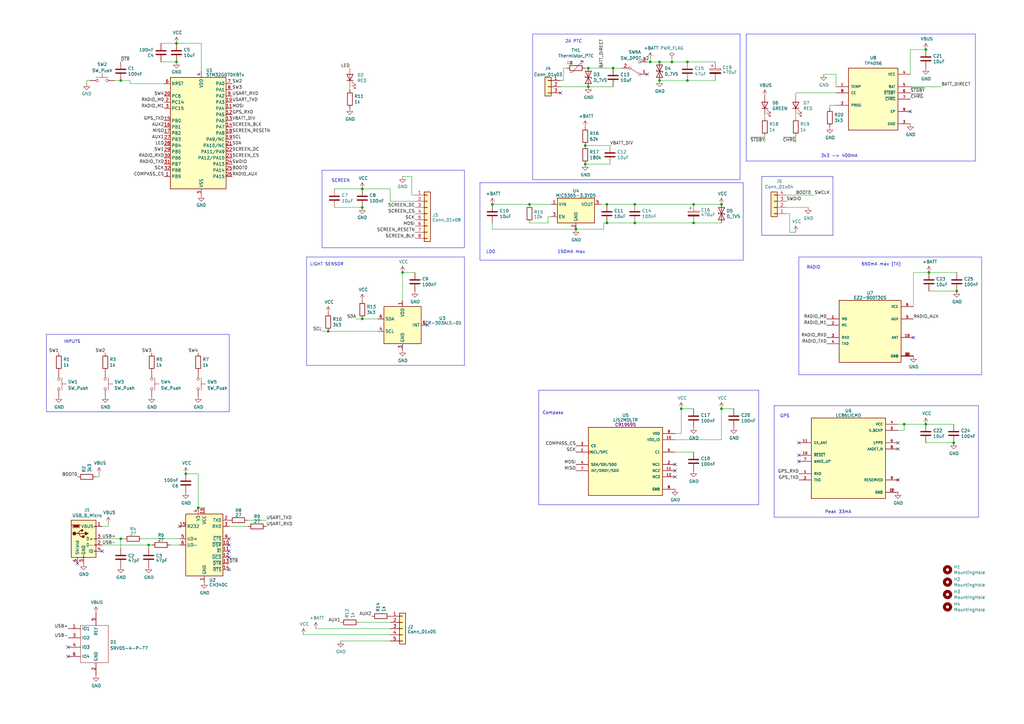
<source format=kicad_sch>
(kicad_sch (version 20230121) (generator eeschema)
  (paper "A3")
  (junction (at 379.73 173.99))
  (junction (at 270.51 25.4))
  (junction (at 251.46 27.94))
  (junction (at 295.91 167.64))
  (junction (at 148.59 77.47))
  (junction (at 241.3 35.56))
  (junction (at 60.96 223.52))
  (junction (at 72.39 25.4))
  (junction (at 379.73 20.32))
  (junction (at 240.03 67.31))
  (junction (at 49.53 220.98))
  (junction (at 248.92 83.82))
  (junction (at 370.84 173.99))
  (junction (at 134.62 135.89))
  (junction (at 148.59 130.81))
  (junction (at 279.4 167.64))
  (junction (at 260.35 91.44))
  (junction (at 284.48 83.82))
  (junction (at 248.92 91.44))
  (junction (at 284.48 91.44))
  (junction (at 275.59 25.4))
  (junction (at 201.93 83.82))
  (junction (at 281.94 33.02))
  (junction (at 148.59 85.09))
  (junction (at 260.35 83.82))
  (junction (at 236.22 93.98))
  (junction (at 49.53 33.02))
  (junction (at 270.51 33.02))
  (junction (at 241.3 27.94))
  (junction (at 165.1 111.76))
  (junction (at 76.2 194.31))
  (junction (at 391.16 181.61))
  (junction (at 281.94 25.4))
  (junction (at 81.28 208.28))
  (junction (at 217.17 83.82))
  (junction (at 392.43 119.38))
  (junction (at 266.7 25.4))
  (junction (at 295.91 83.82))
  (junction (at 72.39 17.78))
  (junction (at 240.03 59.69))
  (junction (at 381 111.76))
  (no_connect (at 93.98 226.06))
  (no_connect (at 27.94 269.24))
  (no_connect (at 327.66 186.69))
  (no_connect (at 41.91 226.06))
  (no_connect (at 93.98 220.98))
  (no_connect (at 175.26 133.35))
  (no_connect (at 368.3 184.15))
  (no_connect (at 265.43 30.48))
  (no_connect (at 374.65 138.43))
  (no_connect (at 327.66 181.61))
  (no_connect (at 327.66 189.23))
  (no_connect (at 373.38 45.72))
  (no_connect (at 93.98 223.52))
  (no_connect (at 276.86 193.04))
  (no_connect (at 31.75 231.14))
  (no_connect (at 93.98 228.6))
  (no_connect (at 73.66 215.9))
  (no_connect (at 229.87 38.1))
  (no_connect (at 276.86 195.58))
  (no_connect (at 368.3 181.61))
  (no_connect (at 276.86 190.5))
  (no_connect (at 93.98 233.68))
  (no_connect (at 368.3 196.85))
  (no_connect (at 27.94 265.43))
  (polyline (pts (xy 125.73 105.41) (xy 125.73 149.86)))
  (wire (pts (xy 170.18 80.01) (xy 168.91 80.01)))
  (wire (pts (xy 373.38 20.32) (xy 379.73 20.32)))
  (wire (pts (xy 148.59 77.47) (xy 160.02 77.47)))
  (wire (pts (xy 370.84 173.99) (xy 370.84 176.53)))
  (wire (pts (xy 340.36 44.45) (xy 340.36 43.18)))
  (polyline (pts (xy 400.05 13.97) (xy 400.05 66.04)))
  (wire (pts (xy 326.39 48.26) (xy 326.39 46.99)))
  (wire (pts (xy 275.59 24.13) (xy 275.59 25.4)))
  (wire (pts (xy 217.17 91.44) (xy 224.79 91.44)))
  (wire (pts (xy 323.85 95.25) (xy 323.85 87.63)))
  (polyline (pts (xy 327.66 105.41) (xy 402.59 105.41)))
  (wire (pts (xy 132.08 135.89) (xy 134.62 135.89)))
  (wire (pts (xy 49.53 33.02) (xy 53.34 33.02)))
  (wire (pts (xy 165.1 111.76) (xy 165.1 123.19)))
  (polyline (pts (xy 334.01 72.39) (xy 341.63 72.39)))
  (wire (pts (xy 35.56 33.02) (xy 35.56 34.29)))
  (wire (pts (xy 39.37 195.58) (xy 40.64 195.58)))
  (wire (pts (xy 67.31 34.29) (xy 53.34 34.29)))
  (polyline (pts (xy 93.98 168.91) (xy 19.05 168.91)))
  (polyline (pts (xy 401.32 166.37) (xy 401.32 212.09)))
  (polyline (pts (xy 306.07 66.04) (xy 400.05 66.04)))
  (wire (pts (xy 217.17 83.82) (xy 226.06 83.82)))
  (polyline (pts (xy 196.85 74.93) (xy 196.85 106.68)))
  (wire (pts (xy 250.19 67.31) (xy 240.03 67.31)))
  (polyline (pts (xy 196.85 106.68) (xy 304.8 106.68)))
  (wire (pts (xy 82.55 17.78) (xy 82.55 29.21)))
  (wire (pts (xy 295.91 167.64) (xy 295.91 180.34)))
  (wire (pts (xy 147.32 255.27) (xy 160.02 255.27)))
  (polyline (pts (xy 317.5 166.37) (xy 317.5 212.09)))
  (polyline (pts (xy 190.5 105.41) (xy 190.5 149.86)))
  (polyline (pts (xy 341.63 96.52) (xy 334.01 96.52)))
  (wire (pts (xy 60.96 223.52) (xy 62.23 223.52)))
  (wire (pts (xy 260.35 83.82) (xy 284.48 83.82)))
  (wire (pts (xy 381 119.38) (xy 392.43 119.38)))
  (wire (pts (xy 313.69 48.26) (xy 313.69 46.99)))
  (wire (pts (xy 148.59 130.81) (xy 154.94 130.81)))
  (wire (pts (xy 337.82 30.48) (xy 342.9 30.48)))
  (wire (pts (xy 58.42 220.98) (xy 73.66 220.98)))
  (polyline (pts (xy 400.05 13.97) (xy 306.07 13.97)))
  (wire (pts (xy 326.39 95.25) (xy 323.85 95.25)))
  (wire (pts (xy 66.04 25.4) (xy 72.39 25.4)))
  (wire (pts (xy 41.91 220.98) (xy 49.53 220.98)))
  (wire (pts (xy 72.39 17.78) (xy 82.55 17.78)))
  (wire (pts (xy 381 111.76) (xy 392.43 111.76)))
  (wire (pts (xy 374.65 111.76) (xy 374.65 125.73)))
  (wire (pts (xy 44.45 215.9) (xy 41.91 215.9)))
  (wire (pts (xy 81.28 194.31) (xy 81.28 208.28)))
  (wire (pts (xy 236.22 93.98) (xy 247.65 93.98)))
  (wire (pts (xy 295.91 180.34) (xy 276.86 180.34)))
  (polyline (pts (xy 327.66 105.41) (xy 327.66 153.67)))
  (wire (pts (xy 229.87 33.02) (xy 231.14 33.02)))
  (polyline (pts (xy 220.98 160.02) (xy 220.98 207.01)))
  (wire (pts (xy 246.38 83.82) (xy 248.92 83.82)))
  (polyline (pts (xy 311.15 207.01) (xy 220.98 207.01)))
  (wire (pts (xy 251.46 27.94) (xy 255.27 27.94)))
  (wire (pts (xy 36.83 33.02) (xy 35.56 33.02)))
  (wire (pts (xy 247.65 91.44) (xy 248.92 91.44)))
  (wire (pts (xy 323.85 87.63) (xy 322.58 87.63)))
  (polyline (pts (xy 93.98 137.16) (xy 93.98 168.91)))
  (wire (pts (xy 224.79 91.44) (xy 224.79 88.9)))
  (wire (pts (xy 201.93 83.82) (xy 217.17 83.82)))
  (polyline (pts (xy 125.73 105.41) (xy 190.5 105.41)))
  (polyline (pts (xy 341.63 72.39) (xy 341.63 96.52)))
  (wire (pts (xy 160.02 262.89) (xy 139.7 262.89)))
  (wire (pts (xy 379.73 173.99) (xy 370.84 173.99)))
  (wire (pts (xy 101.6 213.36) (xy 109.22 213.36)))
  (wire (pts (xy 137.16 77.47) (xy 148.59 77.47)))
  (polyline (pts (xy 304.8 74.93) (xy 304.8 106.68)))
  (wire (pts (xy 165.1 111.76) (xy 170.18 111.76)))
  (wire (pts (xy 379.73 173.99) (xy 391.16 173.99)))
  (polyline (pts (xy 196.85 74.93) (xy 304.8 74.93)))
  (polyline (pts (xy 312.42 96.52) (xy 312.42 72.39)))
  (wire (pts (xy 49.53 220.98) (xy 50.8 220.98)))
  (wire (pts (xy 284.48 83.82) (xy 295.91 83.82)))
  (wire (pts (xy 250.19 59.69) (xy 240.03 59.69)))
  (wire (pts (xy 266.7 25.4) (xy 270.51 25.4)))
  (wire (pts (xy 231.14 27.94) (xy 231.14 33.02)))
  (polyline (pts (xy 19.05 137.16) (xy 93.98 137.16)))
  (wire (pts (xy 129.54 257.81) (xy 160.02 257.81)))
  (polyline (pts (xy 334.01 96.52) (xy 312.42 96.52)))
  (wire (pts (xy 275.59 25.4) (xy 281.94 25.4)))
  (polyline (pts (xy 402.59 153.67) (xy 402.59 105.41)))
  (wire (pts (xy 248.92 83.82) (xy 260.35 83.82)))
  (polyline (pts (xy 19.05 137.16) (xy 19.05 168.91)))
  (wire (pts (xy 49.53 220.98) (xy 49.53 224.79)))
  (wire (pts (xy 201.93 91.44) (xy 201.93 93.98)))
  (wire (pts (xy 373.38 30.48) (xy 373.38 20.32)))
  (wire (pts (xy 160.02 82.55) (xy 170.18 82.55)))
  (wire (pts (xy 260.35 91.44) (xy 284.48 91.44)))
  (wire (pts (xy 266.7 25.4) (xy 266.7 24.13)))
  (wire (pts (xy 270.51 33.02) (xy 281.94 33.02)))
  (polyline (pts (xy 317.5 166.37) (xy 401.32 166.37)))
  (wire (pts (xy 300.99 167.64) (xy 295.91 167.64)))
  (wire (pts (xy 241.3 27.94) (xy 251.46 27.94)))
  (wire (pts (xy 313.69 58.42) (xy 313.69 55.88)))
  (wire (pts (xy 340.36 43.18) (xy 342.9 43.18)))
  (wire (pts (xy 93.98 215.9) (xy 101.6 215.9)))
  (wire (pts (xy 342.9 30.48) (xy 342.9 35.56)))
  (wire (pts (xy 46.99 33.02) (xy 49.53 33.02)))
  (wire (pts (xy 168.91 72.39) (xy 165.1 72.39)))
  (wire (pts (xy 370.84 176.53) (xy 368.3 176.53)))
  (wire (pts (xy 69.85 223.52) (xy 73.66 223.52)))
  (wire (pts (xy 279.4 167.64) (xy 284.48 167.64)))
  (wire (pts (xy 143.51 36.83) (xy 143.51 35.56)))
  (wire (pts (xy 224.79 88.9) (xy 226.06 88.9)))
  (wire (pts (xy 281.94 33.02) (xy 293.37 33.02)))
  (wire (pts (xy 229.87 35.56) (xy 241.3 35.56)))
  (wire (pts (xy 124.46 260.35) (xy 160.02 260.35)))
  (polyline (pts (xy 232.41 13.97) (xy 303.53 13.97)))
  (wire (pts (xy 201.93 93.98) (xy 236.22 93.98)))
  (wire (pts (xy 41.91 223.52) (xy 60.96 223.52)))
  (wire (pts (xy 265.43 25.4) (xy 266.7 25.4)))
  (wire (pts (xy 275.59 25.4) (xy 270.51 25.4)))
  (wire (pts (xy 168.91 80.01) (xy 168.91 72.39)))
  (wire (pts (xy 160.02 77.47) (xy 160.02 82.55)))
  (wire (pts (xy 44.45 214.63) (xy 44.45 215.9)))
  (wire (pts (xy 231.14 27.94) (xy 232.41 27.94)))
  (polyline (pts (xy 218.44 13.97) (xy 218.44 73.66)))
  (polyline (pts (xy 132.08 69.85) (xy 190.5 69.85)))
  (wire (pts (xy 342.9 38.1) (xy 326.39 38.1)))
  (polyline (pts (xy 312.42 72.39) (xy 334.01 72.39)))
  (wire (pts (xy 251.46 35.56) (xy 241.3 35.56)))
  (wire (pts (xy 326.39 58.42) (xy 326.39 55.88)))
  (polyline (pts (xy 401.32 212.09) (xy 317.5 212.09)))
  (polyline (pts (xy 303.53 73.66) (xy 303.53 13.97)))
  (wire (pts (xy 284.48 91.44) (xy 295.91 91.44)))
  (wire (pts (xy 386.08 35.56) (xy 373.38 35.56)))
  (polyline (pts (xy 190.5 149.86) (xy 125.73 149.86)))
  (polyline (pts (xy 311.15 160.02) (xy 311.15 207.01)))
  (polyline (pts (xy 190.5 69.85) (xy 190.5 101.6)))
  (wire (pts (xy 279.4 177.8) (xy 276.86 177.8)))
  (wire (pts (xy 76.2 194.31) (xy 81.28 194.31)))
  (wire (pts (xy 40.64 195.58) (xy 40.64 194.31)))
  (wire (pts (xy 134.62 135.89) (xy 154.94 135.89)))
  (wire (pts (xy 334.01 80.01) (xy 322.58 80.01)))
  (wire (pts (xy 66.04 17.78) (xy 72.39 17.78)))
  (wire (pts (xy 146.05 130.81) (xy 148.59 130.81)))
  (polyline (pts (xy 190.5 101.6) (xy 132.08 101.6)))
  (wire (pts (xy 281.94 25.4) (xy 293.37 25.4)))
  (wire (pts (xy 137.16 85.09) (xy 148.59 85.09)))
  (polyline (pts (xy 232.41 13.97) (xy 218.44 13.97)))
  (wire (pts (xy 379.73 181.61) (xy 391.16 181.61)))
  (polyline (pts (xy 306.07 66.04) (xy 306.07 13.97)))
  (wire (pts (xy 370.84 173.99) (xy 368.3 173.99)))
  (polyline (pts (xy 232.41 73.66) (xy 303.53 73.66)))
  (wire (pts (xy 240.03 27.94) (xy 241.3 27.94)))
  (wire (pts (xy 60.96 223.52) (xy 60.96 224.79)))
  (wire (pts (xy 381 111.76) (xy 374.65 111.76)))
  (wire (pts (xy 247.65 93.98) (xy 247.65 91.44)))
  (wire (pts (xy 279.4 167.64) (xy 279.4 177.8)))
  (polyline (pts (xy 220.98 160.02) (xy 311.15 160.02)))
  (polyline (pts (xy 327.66 153.67) (xy 402.59 153.67)))
  (wire (pts (xy 331.47 85.09) (xy 322.58 85.09)))
  (wire (pts (xy 81.28 208.28) (xy 83.82 208.28)))
  (wire (pts (xy 276.86 185.42) (xy 284.48 185.42)))
  (polyline (pts (xy 218.44 73.66) (xy 232.41 73.66)))
  (wire (pts (xy 326.39 38.1) (xy 326.39 39.37)))
  (wire (pts (xy 248.92 91.44) (xy 260.35 91.44)))
  (wire (pts (xy 53.34 34.29) (xy 53.34 33.02)))
  (polyline (pts (xy 132.08 69.85) (xy 132.08 101.6)))
  (text "Peak 33mA" (at 349.25 210.82 0) (effects (font (size 1.27 1.27)) (justify right bottom)))
  (text "RADIO" (at 336.55 110.49 0) (effects (font (size 1.27 1.27)) (justify right bottom)))
  (text "INPUTS" (at 33.02 140.97 0) (effects (font (size 1.27 1.27)) (justify right bottom)))
  (text "3k3 -> 400mA" (at 351.79 64.77 0) (effects (font (size 1.27 1.27)) (justify right bottom)))
  (text "650mA max (TX)" (at 369.57 109.22 0) (effects (font (size 1.27 1.27)) (justify right bottom)))
  (text "2A PTC" (at 238.76 17.78 0) (effects (font (size 1.27 1.27)) (justify right bottom)))
  (text "LIGHT SENSOR" (at 140.97 109.22 0) (effects (font (size 1.27 1.27)) (justify right bottom)))
  (text "150mA max" (at 240.03 104.14 0) (effects (font (size 1.27 1.27)) (justify right bottom)))
  (text "GPS" (at 323.85 171.45 0) (effects (font (size 1.27 1.27)) (justify right bottom)))
  (text "Compass" (at 231.14 170.18 0) (effects (font (size 1.27 1.27)) (justify right bottom)))
  (text "SCREEN" (at 143.51 74.93 0) (effects (font (size 1.27 1.27)) (justify right bottom)))
  (text "LDO" (at 203.2 104.14 0) (effects (font (size 1.27 1.27)) (justify right bottom)))
  (label "AUX2" (at 67.31 52.07 180))
  (label "RADIO_TXD" (at 67.31 67.31 180))
  (label "LED" (at 143.51 27.94 180))
  (label "COMPASS_CS" (at 67.31 72.39 180))
  (label "SW4" (at 67.31 39.37 180))
  (label "SCREEN_BLK" (at 170.18 97.79 180))
  (label "SCREEN_RESETN" (at 170.18 95.25 180))
  (label "SWCLK" (at 334.01 80.01 0))
  (label "SW2" (at 43.18 144.78 180))
  (label "SW1" (at 24.13 144.78 180))
  (label "SW2" (at 95.25 34.29 0))
  (label "RADIO_M0" (at 67.31 41.91 180))
  (label "USB+" (at 41.91 220.98 0))
  (label "SCK" (at 170.18 90.17 180))
  (label "USART_TXD" (at 109.22 213.36 0))
  (label "RADIO_TXD" (at 339.09 140.97 180))
  (label "SCREEN_RESETN" (at 95.25 54.61 0))
  (label "SCREEN_DC" (at 95.25 62.23 0))
  (label "MOSI" (at 236.22 190.5 180))
  (label "SCK" (at 236.22 185.42 180))
  (label "MISO" (at 67.31 54.61 180))
  (label "MISO" (at 236.22 193.04 180))
  (label "VBATT_DIV" (at 95.25 49.53 0))
  (label "RADIO_AUX" (at 95.25 72.39 0))
  (label "BOOT0" (at 95.25 69.85 0))
  (label "SCREEN_DC" (at 170.18 85.09 180))
  (label "RADIO_M1" (at 67.31 44.45 180))
  (label "GPS_TXD" (at 67.31 49.53 180))
  (label "RADIO_RXD" (at 67.31 64.77 180))
  (label "RADIO_M0" (at 339.09 130.81 180))
  (label "VBATT_DIV" (at 250.19 59.69 0))
  (label "SW1" (at 67.31 62.23 180))
  (label "SCL" (at 95.25 57.15 0))
  (label "LED" (at 67.31 59.69 180))
  (label "SDA" (at 95.25 59.69 0))
  (label "RADIO_AUX" (at 374.65 130.81 0))
  (label "USB-" (at 27.94 261.62 180))
  (label "GPS_TXD" (at 327.66 196.85 180))
  (label "USB-" (at 41.91 223.52 0))
  (label "SCREEN_CS" (at 170.18 87.63 180))
  (label "SW3" (at 95.25 36.83 0))
  (label "BOOT0" (at 326.39 80.01 0))
  (label "COMPASS_CS" (at 236.22 182.88 180))
  (label "GPS_RXD" (at 327.66 194.31 180))
  (label "SWDIO" (at 322.58 82.55 0))
  (label "~{CHRG}" (at 373.38 40.64 0))
  (label "SW3" (at 62.23 144.78 180))
  (label "BATT_DIRECT" (at 386.08 35.56 0))
  (label "SCK" (at 67.31 69.85 180))
  (label "USART_RXD" (at 95.25 39.37 0))
  (label "SW4" (at 81.28 144.78 180))
  (label "GPS_RXD" (at 95.25 46.99 0))
  (label "RADIO_M1" (at 339.09 133.35 180))
  (label "SCL" (at 132.08 135.89 180))
  (label "AUX2" (at 152.4 252.73 180))
  (label "USB+" (at 27.94 257.81 180))
  (label "SDA" (at 146.05 130.81 180))
  (label "~{CHRG}" (at 326.39 58.42 180))
  (label "MOSI" (at 95.25 44.45 0))
  (label "SCREEN_BLK" (at 95.25 52.07 0))
  (label "AUX1" (at 67.31 57.15 180))
  (label "BOOT0" (at 31.75 195.58 180))
  (label "BATT_DIRECT" (at 247.65 27.94 90))
  (label "SCREEN_CS" (at 95.25 64.77 0))
  (label "~{STDBY}" (at 373.38 38.1 0))
  (label "USART_RXD" (at 109.22 215.9 0))
  (label "RADIO_RXD" (at 339.09 138.43 180))
  (label "SWDIO" (at 95.25 67.31 0))
  (label "USART_TXD" (at 95.25 41.91 0))
  (label "AUX1" (at 139.7 255.27 180))
  (label "~{DTR}" (at 93.98 231.14 0))
  (label "~{STDBY}" (at 313.69 58.42 180))
  (label "~{DTR}" (at 49.53 25.4 0))
  (label "MOSI" (at 170.18 92.71 180))
  (symbol (lib_name "GND_20") (lib_id "power:GND") (at 241.3 35.56 0) (unit 1)
    (property "Reference" "#PWR035" (effects hide))
    (property "Value" "GND" (at 241.427 39.9542 0))
  )
  (symbol (lib_id "Device:C") (at 251.46 31.75 180) (unit 1)
    (property "Reference" "C13" (at 254.381 30.5816 0) (effects (justify right)))
    (property "Value" "10uF" (at 254.381 32.893 0) (effects (justify right)))
    (property "Footprint" "Capacitor_SMD:C_0603_1608Metric" (effects hide))
    (property "LCSC" "C96446" (effects hide))
  )
  (symbol (lib_id "Device:C") (at 201.93 87.63 180) (unit 1)
    (property "Reference" "C10" (at 204.851 86.4616 0) (effects (justify right)))
    (property "Value" "10uF" (at 204.851 88.773 0) (effects (justify right)))
    (property "Footprint" "Capacitor_SMD:C_0603_1608Metric" (effects hide))
    (property "LCSC" "C96446" (effects hide))
  )
  (symbol (lib_name "GND_22") (lib_id "power:GND") (at 236.22 93.98 0) (unit 1)
    (property "Reference" "#PWR032" (effects hide))
    (property "Value" "GND" (at 236.347 98.3742 0))
  )
  (symbol (lib_id "Device:C") (at 248.92 87.63 180) (unit 1)
    (property "Reference" "C11" (at 251.841 86.4616 0) (effects (justify right)))
    (property "Value" "10uF" (at 251.841 88.773 0) (effects (justify right)))
    (property "Footprint" "Capacitor_SMD:C_0603_1608Metric" (effects hide))
    (property "LCSC" "C96446" (effects hide))
  )
  (symbol (lib_id "power:VCC") (at 295.91 83.82 0) (unit 1)
    (property "Reference" "#PWR042" (effects hide))
    (property "Value" "VCC" (at 296.291 79.4258 0))
  )
  (symbol (lib_id "Device:Thermistor_PTC") (at 236.22 27.94 270) (unit 1)
    (property "Reference" "TH1" (at 236.22 20.574 90))
    (property "Value" "Thermistor_PTC" (at 236.22 22.8854 90))
    (property "Footprint" "Fuse:Fuse_1812_4532Metric_Pad1.30x3.40mm_HandSolder" (effects hide))
    (property "LCSC" "C89650" (effects hide))
  )
  (symbol (lib_id "power:+BATT") (at 201.93 83.82 0) (unit 1)
    (property "Reference" "#PWR031" (effects hide))
    (property "Value" "+BATT" (at 202.311 79.4258 0))
  )
  (symbol (lib_id "controller-rescue:TP4056-snapeda-TP4056") (at 358.14 40.64 0) (unit 1)
    (property "Reference" "U8" (at 358.14 23.6982 0))
    (property "Value" "TP4056" (at 358.14 26.0096 0))
    (property "Footprint" "Homebrew:SOP-8_3.9x4.9mm_P1.27mm_Thermal" (effects hide))
    (property "MAXIMUM_PACKAGE_HEIGHT" "1.75mm" (effects hide))
    (property "STANDARD" "IPC 7351B" (effects hide))
    (property "MANUFACTURER" "NanJing Top Power ASIC Corp." (effects hide))
    (property "LCSC" "C382139" (effects hide))
  )
  (symbol (lib_id "Device:C") (at 379.73 24.13 180) (unit 1)
    (property "Reference" "C21" (at 382.651 22.9616 0) (effects (justify right)))
    (property "Value" "10uF" (at 382.651 25.273 0) (effects (justify right)))
    (property "Footprint" "Capacitor_SMD:C_0603_1608Metric" (effects hide))
    (property "LCSC" "C96446" (effects hide))
  )
  (symbol (lib_name "GND_23") (lib_id "power:GND") (at 373.38 50.8 0) (unit 1)
    (property "Reference" "#PWR051" (effects hide))
    (property "Value" "GND" (at 373.507 55.1942 0))
  )
  (symbol (lib_id "power:VBUS") (at 379.73 20.32 0) (unit 1)
    (property "Reference" "#PWR053" (effects hide))
    (property "Value" "VBUS" (at 380.111 15.9258 0))
  )
  (symbol (lib_name "GND_25") (lib_id "power:GND") (at 379.73 27.94 0) (unit 1)
    (property "Reference" "#PWR054" (effects hide))
    (property "Value" "GND" (at 379.857 32.3342 0))
  )
  (symbol (lib_id "Device:R") (at 340.36 48.26 0) (unit 1)
    (property "Reference" "R20" (at 342.138 47.0916 0) (effects (justify left)))
    (property "Value" "3k3" (at 342.138 49.403 0) (effects (justify left)))
    (property "Footprint" "Resistor_SMD:R_0603_1608Metric" (effects hide))
    (property "LCSC" "C22978" (effects hide))
  )
  (symbol (lib_name "GND_24") (lib_id "power:GND") (at 340.36 52.07 0) (unit 1)
    (property "Reference" "#PWR049" (effects hide))
    (property "Value" "GND" (at 340.487 56.4642 0))
  )
  (symbol (lib_id "Device:LED") (at 326.39 43.18 90) (unit 1)
    (property "Reference" "D7" (at 329.3872 42.1894 90) (effects (justify right)))
    (property "Value" "RED" (at 329.3872 44.5008 90) (effects (justify right)))
    (property "Footprint" "LED_SMD:LED_0603_1608Metric" (effects hide))
    (property "LCSC" "C2286" (effects hide))
  )
  (symbol (lib_id "Device:R") (at 326.39 52.07 0) (unit 1)
    (property "Reference" "R19" (at 328.168 50.9016 0) (effects (justify left)))
    (property "Value" "1k" (at 328.168 53.213 0) (effects (justify left)))
    (property "Footprint" "Resistor_SMD:R_0402_1005Metric" (effects hide))
    (property "LCSC" "C11702" (effects hide))
  )
  (symbol (lib_id "power:VBUS") (at 313.69 39.37 0) (unit 1)
    (property "Reference" "#PWR045" (effects hide))
    (property "Value" "VBUS" (at 314.071 34.9758 0))
  )
  (symbol (lib_id "Device:LED") (at 313.69 43.18 90) (unit 1)
    (property "Reference" "D6" (at 316.6872 42.1894 90) (effects (justify right)))
    (property "Value" "GREEN" (at 316.6872 44.5008 90) (effects (justify right)))
    (property "Footprint" "LED_SMD:LED_0603_1608Metric" (effects hide))
    (property "MPN" "LTST-C190KGKT" (effects hide))
  )
  (symbol (lib_id "Device:R") (at 313.69 52.07 0) (unit 1)
    (property "Reference" "R18" (at 315.468 50.9016 0) (effects (justify left)))
    (property "Value" "1k" (at 315.468 53.213 0) (effects (justify left)))
    (property "Footprint" "Resistor_SMD:R_0402_1005Metric" (effects hide))
    (property "LCSC" "C11702" (effects hide))
  )
  (symbol (lib_name "GND_17") (lib_id "power:GND") (at 337.82 30.48 0) (unit 1)
    (property "Reference" "#PWR048" (effects hide))
    (property "Value" "GND" (at 337.947 34.8742 0))
  )
  (symbol (lib_id "power:+BATT") (at 266.7 24.13 0) (unit 1)
    (property "Reference" "#PWR036" (effects hide))
    (property "Value" "+BATT" (at 267.081 19.7358 0))
  )
  (symbol (lib_id "Device:R") (at 240.03 55.88 0) (unit 1)
    (property "Reference" "R16" (at 241.808 54.7116 0) (effects (justify left)))
    (property "Value" "62k" (at 241.808 57.023 0) (effects (justify left)))
    (property "Footprint" "Resistor_SMD:R_0603_1608Metric" (effects hide))
    (property "LCSC" "C23221" (effects hide))
  )
  (symbol (lib_id "Device:R") (at 240.03 63.5 0) (unit 1)
    (property "Reference" "R17" (at 241.808 62.3316 0) (effects (justify left)))
    (property "Value" "180k" (at 241.808 64.643 0) (effects (justify left)))
    (property "Footprint" "Resistor_SMD:R_0603_1608Metric" (effects hide))
    (property "LCSC" "C22827" (effects hide))
  )
  (symbol (lib_id "power:+BATT") (at 240.03 52.07 0) (unit 1)
    (property "Reference" "#PWR033" (effects hide))
    (property "Value" "+BATT" (at 240.411 47.6758 0))
  )
  (symbol (lib_name "GND_21") (lib_id "power:GND") (at 240.03 67.31 0) (unit 1)
    (property "Reference" "#PWR034" (effects hide))
    (property "Value" "GND" (at 240.157 71.7042 0))
  )
  (symbol (lib_id "Device:C") (at 250.19 63.5 180) (unit 1)
    (property "Reference" "C12" (at 253.111 62.3316 0) (effects (justify right)))
    (property "Value" "10uF" (at 253.111 64.643 0) (effects (justify right)))
    (property "Footprint" "Capacitor_SMD:C_0603_1608Metric" (effects hide))
    (property "LCSC" "C96446" (effects hide))
  )
  (symbol (lib_id "Device:C") (at 260.35 87.63 0) (unit 1)
    (property "Reference" "C14" (at 263.271 86.4616 0) (effects (justify left)))
    (property "Value" "100nF" (at 263.271 88.773 0) (effects (justify left)))
    (property "Footprint" "Capacitor_SMD:C_0402_1005Metric_Pad0.74x0.62mm_HandSolder" (effects hide))
    (property "LCSC" "C307331" (effects hide))
  )
  (symbol (lib_name "GND_7") (lib_id "power:GND") (at 34.29 231.14 0) (unit 1)
    (property "Reference" "#PWR02" (effects hide))
    (property "Value" "GND" (at 34.417 235.5342 0))
  )
  (symbol (lib_id "Connector_Generic:Conn_01x04") (at 317.5 85.09 180) (unit 1)
    (property "Reference" "J5" (at 319.5828 74.295 0))
    (property "Value" "Conn_01x04" (at 319.5828 76.6064 0))
    (property "Footprint" "Connector_PinHeader_2.54mm:PinHeader_1x04_P2.54mm_Vertical" (effects hide))
  )
  (symbol (lib_name "GND_16") (lib_id "power:GND") (at 331.47 85.09 0) (unit 1)
    (property "Reference" "#PWR047" (effects hide))
    (property "Value" "GND" (at 331.597 89.4842 0))
  )
  (symbol (lib_id "power:VCC") (at 326.39 95.25 0) (unit 1)
    (property "Reference" "#PWR046" (effects hide))
    (property "Value" "VCC" (at 326.771 90.8558 0))
  )
  (symbol (lib_id "power:VBUS") (at 44.45 214.63 0) (unit 1)
    (property "Reference" "#PWR08" (effects hide))
    (property "Value" "VBUS" (at 44.831 210.2358 0))
  )
  (symbol (lib_id "Connector:USB_B_Micro") (at 34.29 220.98 0) (unit 1)
    (property "Reference" "J1" (at 35.7378 209.1182 0))
    (property "Value" "USB_B_Micro" (at 35.7378 211.4296 0))
    (property "Footprint" "Homebrew:FRAMATOME_10118194-0001LF_fixed_bridges" (effects hide))
    (property "LCSC" "C132563" (effects hide))
  )
  (symbol (lib_name "GND_15") (lib_id "power:GND") (at 139.7 262.89 0) (unit 1)
    (property "Reference" "#PWR022" (effects hide))
    (property "Value" "GND" (at 139.827 267.2842 0))
  )
  (symbol (lib_id "power:VCC") (at 124.46 260.35 0) (unit 1)
    (property "Reference" "#PWR019" (effects hide))
    (property "Value" "VCC" (at 124.841 255.9558 0))
  )
  (symbol (lib_id "power:+BATT") (at 129.54 257.81 0) (unit 1)
    (property "Reference" "#PWR020" (effects hide))
    (property "Value" "+BATT" (at 129.921 253.4158 0))
  )
  (symbol (lib_id "Device:D_TVS") (at 295.91 87.63 270) (unit 1)
    (property "Reference" "D5" (at 297.942 86.4616 90) (effects (justify left)))
    (property "Value" "D_TVS" (at 297.942 88.773 90) (effects (justify left)))
    (property "Footprint" "Diode_SMD:D_SMB" (effects hide))
    (property "LCSC" "C78395" (effects hide))
  )
  (symbol (lib_id "Device:D_TVS") (at 270.51 29.21 270) (unit 1)
    (property "Reference" "D4" (at 272.542 28.0416 90) (effects (justify left)))
    (property "Value" "D_TVS" (at 272.542 30.353 90) (effects (justify left)))
    (property "Footprint" "Diode_SMD:D_SMB" (effects hide))
    (property "LCSC" "C78395" (effects hide))
  )
  (symbol (lib_name "GND_19") (lib_id "power:GND") (at 270.51 33.02 0) (unit 1)
    (property "Reference" "#PWR037" (effects hide))
    (property "Value" "GND" (at 270.637 37.4142 0))
  )
  (symbol (lib_id "Device:D_TVS") (at 241.3 31.75 270) (unit 1)
    (property "Reference" "D3" (at 243.332 30.5816 90) (effects (justify left)))
    (property "Value" "D_TVS" (at 243.332 32.893 90) (effects (justify left)))
    (property "Footprint" "Diode_SMD:D_SMB" (effects hide))
    (property "LCSC" "C78395" (effects hide))
  )
  (symbol (lib_id "Mechanical:MountingHole") (at 388.62 238.76 0) (unit 1)
    (property "Reference" "H2" (at 391.16 237.5916 0) (effects (justify left)))
    (property "Value" "MountingHole" (at 391.16 239.903 0) (effects (justify left)))
    (property "Footprint" "MountingHole:MountingHole_3.2mm_M3" (effects hide))
  )
  (symbol (lib_id "Mechanical:MountingHole") (at 388.62 243.84 0) (unit 1)
    (property "Reference" "H3" (at 391.16 242.6716 0) (effects (justify left)))
    (property "Value" "MountingHole" (at 391.16 244.983 0) (effects (justify left)))
    (property "Footprint" "MountingHole:MountingHole_3.2mm_M3" (effects hide))
  )
  (symbol (lib_id "Mechanical:MountingHole") (at 388.62 248.92 0) (unit 1)
    (property "Reference" "H4" (at 391.16 247.7516 0) (effects (justify left)))
    (property "Value" "MountingHole" (at 391.16 250.063 0) (effects (justify left)))
    (property "Footprint" "MountingHole:MountingHole_3.2mm_M3" (effects hide))
  )
  (symbol (lib_id "power:PWR_FLAG") (at 275.59 24.13 0) (unit 1)
    (property "Reference" "#FLG01" (effects hide))
    (property "Value" "PWR_FLAG" (at 275.59 19.7358 0))
  )
  (symbol (lib_id "Device:C") (at 392.43 115.57 0) (unit 1)
    (property "Reference" "C25" (at 395.351 114.4016 0) (effects (justify left)))
    (property "Value" "100nF" (at 395.351 116.713 0) (effects (justify left)))
    (property "Footprint" "Capacitor_SMD:C_0402_1005Metric_Pad0.74x0.62mm_HandSolder" (effects hide))
    (property "LCSC" "C307331" (effects hide))
  )
  (symbol (lib_name "GND_10") (lib_id "power:GND") (at 81.28 162.56 0) (unit 1)
    (property "Reference" "#PWR016" (effects hide))
    (property "Value" "GND" (at 81.407 166.9542 0))
  )
  (symbol (lib_name "GND_6") (lib_id "power:GND") (at 76.2 201.93 0) (unit 1)
    (property "Reference" "#PWR015" (effects hide))
    (property "Value" "GND" (at 76.327 206.3242 0))
  )
  (symbol (lib_id "Device:R") (at 143.51 40.64 0) (unit 1)
    (property "Reference" "R11" (at 145.288 39.4716 0) (effects (justify left)))
    (property "Value" "1k" (at 145.288 41.783 0) (effects (justify left)))
    (property "Footprint" "Resistor_SMD:R_0402_1005Metric" (effects hide))
    (property "LCSC" "C11702" (effects hide))
  )
  (symbol (lib_id "Device:R") (at 156.21 252.73 90) (unit 1)
    (property "Reference" "R14" (at 155.0416 250.952 0) (effects (justify left)))
    (property "Value" "1k" (at 157.353 250.952 0) (effects (justify left)))
    (property "Footprint" "Resistor_SMD:R_0402_1005Metric" (effects hide))
    (property "LCSC" "C11702" (effects hide))
  )
  (symbol (lib_id "power:GND") (at 72.39 25.4 0) (unit 1)
    (property "Reference" "#PWR013" (effects hide))
    (property "Value" "GND" (at 72.39 29.5355 0))
  )
  (symbol (lib_id "Interface_USB:CH340C") (at 83.82 223.52 0) (unit 1)
    (property "Reference" "U2" (at 85.7759 237.9425 0) (effects (justify left)))
    (property "Value" "CH340C" (at 85.7759 239.8635 0) (effects (justify left)))
    (property "Footprint" "Package_SO:SOIC-16_3.9x9.9mm_P1.27mm" (effects hide))
    (property "Datasheet" "https://datasheet.lcsc.com/szlcsc/Jiangsu-Qin-Heng-CH340C_C84681.pdf" (effects hide))
    (property "LCSC" "C84681" (effects hide))
  )
  (symbol (lib_id "Device:R") (at 134.62 132.08 0) (unit 1)
    (property "Reference" "R10" (at 136.398 130.9116 0) (effects (justify left)))
    (property "Value" "3k3" (at 136.398 133.223 0) (effects (justify left)))
    (property "Footprint" "Resistor_SMD:R_0603_1608Metric" (effects hide))
    (property "LCSC" "C22978" (effects hide))
  )
  (symbol (lib_id "Device:C") (at 284.48 171.45 0) (unit 1)
    (property "Reference" "C17" (at 287.401 170.2816 0) (effects (justify left)))
    (property "Value" "100nF" (at 287.401 172.593 0) (effects (justify left)))
    (property "Footprint" "Capacitor_SMD:C_0402_1005Metric_Pad0.74x0.62mm_HandSolder" (effects hide))
    (property "LCSC" "C307331" (effects hide))
  )
  (symbol (lib_id "Device:R") (at 148.59 127 0) (unit 1)
    (property "Reference" "R13" (at 150.368 125.8316 0) (effects (justify left)))
    (property "Value" "3k3" (at 150.368 128.143 0) (effects (justify left)))
    (property "Footprint" "Resistor_SMD:R_0603_1608Metric" (effects hide))
    (property "LCSC" "C22978" (effects hide))
  )
  (symbol (lib_id "Connector_Generic:Conn_01x03") (at 224.79 35.56 0) (mirror y) (unit 1)
    (property "Reference" "J4" (at 224.79 28.0502 0))
    (property "Value" "Conn_01x03" (at 224.79 30.5871 0))
    (property "Footprint" "Homebrew:MiniPV_78208-X03XXX_1x03_P2.54mm_Polarized_Horizontal" (effects hide))
  )
  (symbol (lib_id "Device:R") (at 54.61 220.98 90) (unit 1)
    (property "Reference" "R4" (at 54.61 216.9541 90))
    (property "Value" "27" (at 54.61 218.8751 90))
  )
  (symbol (lib_id "power:+BATT") (at 381 111.76 0) (unit 1)
    (property "Reference" "#PWR056" (effects hide))
    (property "Value" "+BATT" (at 381.381 107.3658 0))
  )
  (symbol (lib_id "power:GND") (at 82.55 80.01 0) (unit 1)
    (property "Reference" "#PWR017" (effects hide))
    (property "Value" "GND" (at 82.55 84.1455 0))
  )
  (symbol (lib_id "Connector_Generic:Conn_01x08") (at 175.26 87.63 0) (unit 1)
    (property "Reference" "J3" (at 177.292 88.2563 0) (effects (justify left)))
    (property "Value" "Conn_01x08" (at 177.292 90.1773 0) (effects (justify left)))
  )
  (symbol (lib_id "Device:C") (at 281.94 29.21 180) (unit 1)
    (property "Reference" "C15" (at 284.861 28.0416 0) (effects (justify right)))
    (property "Value" "47uF" (at 284.861 30.353 0) (effects (justify right)))
    (property "Footprint" "Capacitor_SMD:C_1206_3216Metric" (effects hide))
    (property "LCSC" "C96123" (effects hide))
  )
  (symbol (lib_name "GND_22") (lib_id "power:GND") (at 374.65 146.05 0) (unit 1)
    (property "Reference" "#PWR052" (effects hide))
    (property "Value" "GND" (at 374.777 150.4442 0))
  )
  (symbol (lib_id "Connector_Generic:Conn_01x05") (at 165.1 257.81 0) (unit 1)
    (property "Reference" "J2" (at 167.132 257.1663 0) (effects (justify left)))
    (property "Value" "Conn_01x05" (at 167.132 259.0873 0) (effects (justify left)))
  )
  (symbol (lib_id "Device:C") (at 66.04 21.59 180) (unit 1)
    (property "Reference" "C4" (at 63.119 22.7584 0) (effects (justify left)))
    (property "Value" "100nF" (at 63.119 20.447 0) (effects (justify left)))
    (property "Footprint" "Capacitor_SMD:C_0402_1005Metric_Pad0.74x0.62mm_HandSolder" (effects hide))
    (property "LCSC" "C307331" (effects hide))
  )
  (symbol (lib_id "Switch:SW_Push") (at 43.18 157.48 270) (unit 1)
    (property "Reference" "SW3" (at 46.863 156.6453 90) (effects (justify left)))
    (property "Value" "SW_Push" (at 46.863 159.1822 90) (effects (justify left)))
    (property "Footprint" "Homebrew:SW_TACTILE_5.1MM_TS-1187A-C-D-B" (effects hide))
    (property "LCSC" "C318884" (effects hide))
  )
  (symbol (lib_id "Device:C") (at 49.53 228.6 0) (unit 1)
    (property "Reference" "C2" (at 52.451 227.9563 0) (effects (justify left)))
    (property "Value" "47pF" (at 52.451 229.8773 0) (effects (justify left)))
  )
  (symbol (lib_name "GND_8") (lib_id "power:GND") (at 143.51 44.45 0) (unit 1)
    (property "Reference" "#PWR023" (effects hide))
    (property "Value" "GND" (at 143.637 48.8442 0))
  )
  (symbol (lib_id "Homebrew:SRV05-4-P-T7") (at 39.37 262.89 0) (unit 1)
    (property "Reference" "D1" (at 45.1612 263.3253 0) (effects (justify left)))
    (property "Value" "SRV05-4-P-T7" (at 45.1612 265.8622 0) (effects (justify left)))
    (property "Footprint" "Package_TO_SOT_SMD:SOT-23-6" (effects hide))
    (property "Datasheet" "https://datasheet.lcsc.com/lcsc/1809192313_ProTek-Devices-SRV05-4-P-T7_C85364.pdf" (effects hide))
    (property "LCSC" "C85364" (effects hide))
  )
  (symbol (lib_name "GND_22") (lib_id "power:GND") (at 391.16 181.61 0) (unit 1)
    (property "Reference" "#PWR057" (effects hide))
    (property "Value" "GND" (at 391.287 186.0042 0))
  )
  (symbol (lib_name "GND_4") (lib_id "power:GND") (at 83.82 238.76 0) (unit 1)
    (property "Reference" "#PWR018" (effects hide))
    (property "Value" "GND" (at 83.947 243.1542 0))
  )
  (symbol (lib_name "GND_22") (lib_id "power:GND") (at 284.48 193.04 0) (unit 1)
    (property "Reference" "#PWR041" (effects hide))
    (property "Value" "GND" (at 284.607 197.4342 0))
  )
  (symbol (lib_name "GND_22") (lib_id "power:GND") (at 300.99 175.26 0) (unit 1)
    (property "Reference" "#PWR044" (effects hide))
    (property "Value" "GND" (at 301.117 179.6542 0))
  )
  (symbol (lib_id "Device:R") (at 81.28 148.59 0) (unit 1)
    (property "Reference" "R7" (at 83.058 147.4216 0) (effects (justify left)))
    (property "Value" "1k" (at 83.058 149.733 0) (effects (justify left)))
    (property "Footprint" "Resistor_SMD:R_0402_1005Metric" (effects hide))
    (property "LCSC" "C11702" (effects hide))
  )
  (symbol (lib_id "Homebrew:LIS2MDLTR") (at 256.54 187.96 0) (unit 1)
    (property "Reference" "U5" (at 256.54 170.3291 0))
    (property "Value" "LIS2MDLTR" (at 256.54 172.2501 0))
    (property "Footprint" "Homebrew:PQFN50P200X200X70-12N" (effects hide))
    (property "Datasheet" "https://datasheet.lcsc.com/lcsc/2111191730_STMicroelectronics-LIS2MDLTR_C919695.pdf" (effects hide))
    (property "MAXIMUM_PACKAGE_HEIGHT" "0.7 mm" (effects hide))
    (property "STANDARD" "IPC 7351B" (effects hide))
    (property "PARTREV" "Rev 5" (effects hide))
    (property "MANUFACTURER" "STMicroelectronics" (effects hide))
    (property "LCSC" "C919695" (at 256.54 174.1711 0))
  )
  (symbol (lib_id "Device:C") (at 379.73 177.8 180) (unit 1)
    (property "Reference" "C22" (at 382.651 176.6316 0) (effects (justify right)))
    (property "Value" "10uF" (at 382.651 178.943 0) (effects (justify right)))
    (property "Footprint" "Capacitor_SMD:C_0603_1608Metric" (effects hide))
    (property "LCSC" "C96446" (effects hide))
  )
  (symbol (lib_id "Device:C") (at 148.59 81.28 0) (unit 1)
    (property "Reference" "C8" (at 151.511 80.1116 0) (effects (justify left)))
    (property "Value" "100nF" (at 151.511 82.423 0) (effects (justify left)))
    (property "Footprint" "Capacitor_SMD:C_0402_1005Metric_Pad0.74x0.62mm_HandSolder" (effects hide))
    (property "LCSC" "C307331" (effects hide))
  )
  (symbol (lib_id "power:VCC") (at 72.39 17.78 0) (unit 1)
    (property "Reference" "#PWR012" (effects hide))
    (property "Value" "VCC" (at 72.771 13.3858 0))
  )
  (symbol (lib_id "power:VCC") (at 148.59 123.19 0) (unit 1)
    (property "Reference" "#PWR026" (effects hide))
    (property "Value" "VCC" (at 148.971 118.7958 0))
  )
  (symbol (lib_id "power:VCC") (at 76.2 194.31 0) (unit 1)
    (property "Reference" "#PWR014" (effects hide))
    (property "Value" "VCC" (at 76.581 189.9158 0))
  )
  (symbol (lib_name "GND_9") (lib_id "power:GND") (at 24.13 162.56 0) (unit 1)
    (property "Reference" "#PWR01" (effects hide))
    (property "Value" "GND" (at 24.257 166.9542 0))
  )
  (symbol (lib_id "Device:R") (at 24.13 148.59 0) (unit 1)
    (property "Reference" "R1" (at 25.908 147.4216 0) (effects (justify left)))
    (property "Value" "1k" (at 25.908 149.733 0) (effects (justify left)))
    (property "Footprint" "Resistor_SMD:R_0402_1005Metric" (effects hide))
    (property "LCSC" "C11702" (effects hide))
  )
  (symbol (lib_id "power:VCC") (at 295.91 167.64 0) (unit 1)
    (property "Reference" "#PWR043" (effects hide))
    (property "Value" "VCC" (at 296.291 163.2458 0))
  )
  (symbol (lib_id "power:VBUS") (at 40.64 194.31 0) (unit 1)
    (property "Reference" "#PWR06" (effects hide))
    (property "Value" "VBUS" (at 41.021 189.9158 0))
  )
  (symbol (lib_id "Device:R") (at 35.56 195.58 90) (unit 1)
    (property "Reference" "R2" (at 34.3916 193.802 0) (effects (justify left)))
    (property "Value" "3k3" (at 36.703 193.802 0) (effects (justify left)))
    (property "Footprint" "Resistor_SMD:R_0603_1608Metric" (effects hide))
    (property "LCSC" "C22978" (effects hide))
  )
  (symbol (lib_name "GND_22") (lib_id "power:GND") (at 170.18 119.38 0) (unit 1)
    (property "Reference" "#PWR030" (effects hide))
    (property "Value" "GND" (at 170.307 123.7742 0))
  )
  (symbol (lib_id "Mechanical:MountingHole") (at 388.62 233.68 0) (unit 1)
    (property "Reference" "H1" (at 391.16 232.5116 0) (effects (justify left)))
    (property "Value" "MountingHole" (at 391.16 234.823 0) (effects (justify left)))
    (property "Footprint" "MountingHole:MountingHole_3.2mm_M3" (effects hide))
  )
  (symbol (lib_id "Device:C") (at 391.16 177.8 0) (unit 1)
    (property "Reference" "C24" (at 394.081 176.6316 0) (effects (justify left)))
    (property "Value" "100nF" (at 394.081 178.943 0) (effects (justify left)))
    (property "Footprint" "Capacitor_SMD:C_0402_1005Metric_Pad0.74x0.62mm_HandSolder" (effects hide))
    (property "LCSC" "C307331" (effects hide))
  )
  (symbol (lib_id "power:VCC") (at 279.4 167.64 0) (unit 1)
    (property "Reference" "#PWR039" (effects hide))
    (property "Value" "VCC" (at 279.781 163.2458 0))
  )
  (symbol (lib_id "Device:C") (at 300.99 171.45 0) (unit 1)
    (property "Reference" "C20" (at 303.911 170.2816 0) (effects (justify left)))
    (property "Value" "100nF" (at 303.911 172.593 0) (effects (justify left)))
    (property "Footprint" "Capacitor_SMD:C_0402_1005Metric_Pad0.74x0.62mm_HandSolder" (effects hide))
    (property "LCSC" "C307331" (effects hide))
  )
  (symbol (lib_id "MCU_ST_STM32G0:STM32G070KBTx") (at 80.01 54.61 0) (unit 1)
    (property "Reference" "U1" (at 84.5059 28.7401 0) (effects (justify left)))
    (property "Value" "STM32G070KBTx" (at 84.5059 30.6611 0) (effects (justify left)))
    (property "Footprint" "Package_QFP:LQFP-32_7x7mm_P0.8mm" (effects hide))
    (property "Datasheet" "https://www.st.com/resource/en/datasheet/stm32g070kb.pdf" (effects hide))
  )
  (symbol (lib_id "Switch:SW_Push") (at 24.13 157.48 270) (unit 1)
    (property "Reference" "SW1" (at 27.813 156.6453 90) (effects (justify left)))
    (property "Value" "SW_Push" (at 27.813 159.1822 90) (effects (justify left)))
    (property "Footprint" "Homebrew:SW_TACTILE_5.1MM_TS-1187A-C-D-B" (effects hide))
    (property "LCSC" "C318884" (effects hide))
  )
  (symbol (lib_id "Device:C") (at 49.53 29.21 0) (unit 1)
    (property "Reference" "C1" (at 52.451 28.0416 0) (effects (justify left)))
    (property "Value" "100nF" (at 52.451 30.353 0) (effects (justify left)))
    (property "Footprint" "Capacitor_SMD:C_0402_1005Metric_Pad0.74x0.62mm_HandSolder" (effects hide))
    (property "LCSC" "C307331" (effects hide))
  )
  (symbol (lib_id "power:VCC") (at 148.59 77.47 0) (unit 1)
    (property "Reference" "#PWR024" (effects hide))
    (property "Value" "VCC" (at 148.971 73.0758 0))
  )
  (symbol (lib_name "GND_22") (lib_id "power:GND") (at 392.43 119.38 0) (unit 1)
    (property "Reference" "#PWR058" (effects hide))
    (property "Value" "GND" (at 392.557 123.7742 0))
  )
  (symbol (lib_name "GND_10") (lib_id "power:GND") (at 43.18 162.56 0) (unit 1)
    (property "Reference" "#PWR07" (effects hide))
    (property "Value" "GND" (at 43.307 166.9542 0))
  )
  (symbol (lib_id "Device:LED") (at 143.51 31.75 90) (unit 1)
    (property "Reference" "D2" (at 146.5072 30.7594 90) (effects (justify right)))
    (property "Value" "RED" (at 146.5072 33.0708 90) (effects (justify right)))
    (property "Footprint" "LED_SMD:LED_0603_1608Metric" (effects hide))
    (property "LCSC" "C2286" (effects hide))
  )
  (symbol (lib_id "Sensor_Optical:LTR-303ALS-01") (at 165.1 133.35 0) (unit 1)
    (property "Reference" "U3" (at 181.4456 130.5179 0))
    (property "Value" "LTR-303ALS-01" (at 181.4456 132.4389 0))
    (property "Footprint" "OptoDevice:Lite-On_LTR-303ALS-01" (effects hide))
    (property "Datasheet" "http://optoelectronics.liteon.com/upload/download/DS86-2013-0004/LTR-303ALS-01_DS_V1.pdf" (effects hide))
  )
  (symbol (lib_id "Device:C") (at 381 115.57 180) (unit 1)
    (property "Reference" "C23" (at 383.921 114.4016 0) (effects (justify right)))
    (property "Value" "10uF" (at 383.921 116.713 0) (effects (justify right)))
    (property "Footprint" "Capacitor_SMD:C_0603_1608Metric" (effects hide))
    (property "LCSC" "C96446" (effects hide))
  )
  (symbol (lib_id "Device:C") (at 60.96 228.6 0) (unit 1)
    (property "Reference" "C3" (at 63.881 227.9563 0) (effects (justify left)))
    (property "Value" "47pF" (at 63.881 229.8773 0) (effects (justify left)))
  )
  (symbol (lib_name "GND_7") (lib_id "power:GND") (at 60.96 232.41 0) (unit 1)
    (property "Reference" "#PWR010" (effects hide))
    (property "Value" "GND" (at 61.087 236.8042 0))
  )
  (symbol (lib_id "Device:R") (at 97.79 213.36 90) (unit 1)
    (property "Reference" "R8" (at 97.79 209.3341 90))
    (property "Value" "27" (at 97.79 211.2551 90))
  )
  (symbol (lib_id "power:GND") (at 35.56 34.29 0) (unit 1)
    (property "Reference" "#PWR03" (effects hide))
    (property "Value" "GND" (at 35.56 38.4255 0))
  )
  (symbol (lib_name "GND_22") (lib_id "power:GND") (at 368.3 201.93 0) (unit 1)
    (property "Reference" "#PWR050" (effects hide))
    (property "Value" "GND" (at 368.427 206.3242 0))
  )
  (symbol (lib_name "GND_22") (lib_id "power:GND") (at 284.48 175.26 0) (unit 1)
    (property "Reference" "#PWR040" (effects hide))
    (property "Value" "GND" (at 284.607 179.6542 0))
  )
  (symbol (lib_id "Device:R") (at 143.51 255.27 90) (unit 1)
    (property "Reference" "R12" (at 142.3416 253.492 0) (effects (justify left)))
    (property "Value" "1k" (at 144.653 253.492 0) (effects (justify left)))
    (property "Footprint" "Resistor_SMD:R_0402_1005Metric" (effects hide))
    (property "LCSC" "C11702" (effects hide))
  )
  (symbol (lib_id "Device:R") (at 62.23 148.59 0) (unit 1)
    (property "Reference" "R5" (at 64.008 147.4216 0) (effects (justify left)))
    (property "Value" "1k" (at 64.008 149.733 0) (effects (justify left)))
    (property "Footprint" "Resistor_SMD:R_0402_1005Metric" (effects hide))
    (property "LCSC" "C11702" (effects hide))
  )
  (symbol (lib_id "power:VCC") (at 379.73 173.99 0) (unit 1)
    (property "Reference" "#PWR055" (effects hide))
    (property "Value" "VCC" (at 380.111 169.5958 0))
  )
  (symbol (lib_id "Device:C_Polarized") (at 284.48 87.63 0) (unit 1)
    (property "Reference" "C16" (at 287.401 86.0973 0) (effects (justify left)))
    (property "Value" "470uF" (at 287.401 88.0183 0) (effects (justify left)))
  )
  (symbol (lib_id "Device:R") (at 43.18 148.59 0) (unit 1)
    (property "Reference" "R3" (at 44.958 147.4216 0) (effects (justify left)))
    (property "Value" "1k" (at 44.958 149.733 0) (effects (justify left)))
    (property "Footprint" "Resistor_SMD:R_0402_1005Metric" (effects hide))
    (property "LCSC" "C11702" (effects hide))
  )
  (symbol (lib_id "Device:C") (at 76.2 198.12 180) (unit 1)
    (property "Reference" "C6" (at 73.279 199.2884 0) (effects (justify left)))
    (property "Value" "100nF" (at 73.279 196.977 0) (effects (justify left)))
    (property "Footprint" "Capacitor_SMD:C_0402_1005Metric_Pad0.74x0.62mm_HandSolder" (effects hide))
    (property "LCSC" "C307331" (effects hide))
  )
  (symbol (lib_id "power:GND") (at 165.1 72.39 0) (unit 1)
    (property "Reference" "#PWR027" (effects hide))
    (property "Value" "GND" (at 165.1 76.5255 0))
  )
  (symbol (lib_name "GND_5") (lib_id "power:GND") (at 39.37 276.86 0) (unit 1)
    (property "Reference" "#PWR05" (effects hide))
    (property "Value" "GND" (at 39.497 281.2542 0))
  )
  (symbol (lib_id "power:VCC") (at 134.62 128.27 0) (unit 1)
    (property "Reference" "#PWR021" (effects hide))
    (property "Value" "VCC" (at 135.001 123.8758 0))
  )
  (symbol (lib_id "Device:C") (at 284.48 189.23 0) (unit 1)
    (property "Reference" "C18" (at 287.401 188.0616 0) (effects (justify left)))
    (property "Value" "100nF" (at 287.401 190.373 0) (effects (justify left)))
    (property "Footprint" "Capacitor_SMD:C_0402_1005Metric_Pad0.74x0.62mm_HandSolder" (effects hide))
    (property "LCSC" "C307331" (effects hide))
  )
  (symbol (lib_id "Device:C_Polarized") (at 293.37 29.21 0) (unit 1)
    (property "Reference" "C19" (at 296.291 27.6773 0) (effects (justify left)))
    (property "Value" "470uF" (at 296.291 29.5983 0) (effects (justify left)))
  )
  (symbol (lib_name "GND_9") (lib_id "power:GND") (at 62.23 162.56 0) (unit 1)
    (property "Reference" "#PWR011" (effects hide))
    (property "Value" "GND" (at 62.357 166.9542 0))
  )
  (symbol (lib_id "power:VCC") (at 165.1 111.76 0) (unit 1)
    (property "Reference" "#PWR028" (effects hide))
    (property "Value" "VCC" (at 165.481 107.3658 0))
  )
  (symbol (lib_id "power:VBUS") (at 39.37 251.46 0) (unit 1)
    (property "Reference" "#PWR04" (effects hide))
    (property "Value" "VBUS" (at 39.751 247.0658 0))
  )
  (symbol (lib_id "Homebrew:LC86LICMD") (at 347.98 186.69 0) (unit 1)
    (property "Reference" "U6" (at 347.98 168.4401 0))
    (property "Value" "LC86LICMD" (at 347.98 170.3611 0))
    (property "Footprint" "Homebrew:MODULE_LC86LICMD" (effects hide))
    (property "Datasheet" "https://www.quectel.com/wp-content/uploads/2021/03/Quectel_LC86L_Hardware_Design-V1.2.pdf" (effects hide))
    (property "MPN" "LC86LICMD" (effects hide))
    (property "Description" "Navigation Galileo, GLONASS, GPS, GNSS Transceiver Module 1.575GHz, 1.601GHz Integrated, Ceramic Patch Surface Mount" (effects hide))
    (property "Manufacturer" "Quectel" (effects hide))
  )
  (symbol (lib_id "Device:C") (at 137.16 81.28 180) (unit 1)
    (property "Reference" "C7" (at 140.081 80.1116 0) (effects (justify right)))
    (property "Value" "10uF" (at 140.081 82.423 0) (effects (justify right)))
    (property "Footprint" "Capacitor_SMD:C_0603_1608Metric" (effects hide))
    (property "LCSC" "C96446" (effects hide))
  )
  (symbol (lib_id "Switch:SW_Push") (at 81.28 157.48 270) (unit 1)
    (property "Reference" "SW5" (at 84.963 156.6453 90) (effects (justify left)))
    (property "Value" "SW_Push" (at 84.963 159.1822 90) (effects (justify left)))
    (property "Footprint" "Homebrew:SW_TACTILE_5.1MM_TS-1187A-C-D-B" (effects hide))
    (property "LCSC" "C318884" (effects hide))
  )
  (symbol (lib_id "Device:R") (at 217.17 87.63 0) (unit 1)
    (property "Reference" "R15" (at 218.948 86.9863 0) (effects (justify left)))
    (property "Value" "10k" (at 218.948 88.9073 0) (effects (justify left)))
    (property "Footprint" "Resistor_SMD:R_0402_1005Metric" (effects hide))
  )
  (symbol (lib_id "Device:C") (at 170.18 115.57 0) (unit 1)
    (property "Reference" "C9" (at 173.101 114.4016 0) (effects (justify left)))
    (property "Value" "100nF" (at 173.101 116.713 0) (effects (justify left)))
    (property "Footprint" "Capacitor_SMD:C_0402_1005Metric_Pad0.74x0.62mm_HandSolder" (effects hide))
    (property "LCSC" "C307331" (effects hide))
  )
  (symbol (lib_id "Regulator_Linear:MIC5365-3.3YD5") (at 236.22 86.36 0) (unit 1)
    (property "Reference" "U4" (at 236.22 78.2701 0))
    (property "Value" "MIC5365-3.3YD5" (at 236.22 80.1911 0))
    (property "Footprint" "Package_TO_SOT_SMD:SOT-23-5" (effects hide))
    (property "Datasheet" "http://ww1.microchip.com/downloads/en/DeviceDoc/mic5365.pdf" (effects hide))
  )
  (symbol (lib_id "Device:C") (at 72.39 21.59 0) (unit 1)
    (property "Reference" "C5" (at 75.311 20.4216 0) (effects (justify left)))
    (property "Value" "10uF" (at 75.311 22.733 0) (effects (justify left)))
    (property "Footprint" "Capacitor_SMD:C_0603_1608Metric" (effects hide))
    (property "LCSC" "C96446" (effects hide))
  )
  (symbol (lib_name "GND_7") (lib_id "power:GND") (at 49.53 232.41 0) (unit 1)
    (property "Reference" "#PWR09" (effects hide))
    (property "Value" "GND" (at 49.657 236.8042 0))
  )
  (symbol (lib_name "GND_22") (lib_id "power:GND") (at 165.1 143.51 0) (unit 1)
    (property "Reference" "#PWR029" (effects hide))
    (property "Value" "GND" (at 165.227 147.9042 0))
  )
  (symbol (lib_id "Switch:SW_Push") (at 62.23 157.48 270) (unit 1)
    (property "Reference" "SW4" (at 65.913 156.6453 90) (effects (justify left)))
    (property "Value" "SW_Push" (at 65.913 159.1822 90) (effects (justify left)))
    (property "Footprint" "Homebrew:SW_TACTILE_5.1MM_TS-1187A-C-D-B" (effects hide))
    (property "LCSC" "C318884" (effects hide))
  )
  (symbol (lib_name "GND_22") (lib_id "power:GND") (at 276.86 200.66 0) (unit 1)
    (property "Reference" "#PWR038" (effects hide))
    (property "Value" "GND" (at 276.987 205.0542 0))
  )
  (symbol (lib_id "Device:R") (at 66.04 223.52 90) (unit 1)
    (property "Reference" "R6" (at 66.04 219.4941 90))
    (property "Value" "27" (at 66.04 221.4151 90))
  )
  (symbol (lib_id "Homebrew:E22-900T30S") (at 356.87 135.89 0) (unit 1)
    (property "Reference" "U7" (at 356.87 120.1801 0))
    (property "Value" "E22-900T30S" (at 356.87 122.1011 0))
    (property "Footprint" "Homebrew:XCVR_E22-900T30S" (effects hide))
    (property "Datasheet" "https://www.ebyte.com/en/downpdf.aspx?id=485" (effects hide))
    (property "MAXIMUM_PACKAGE_HEIGHT" "3.77mm" (effects hide))
    (property "PARTREV" "1.4" (effects hide))
    (property "MANUFACTURER" "EBYTE" (effects hide))
    (property "LCSC" "C411290" (effects hide))
  )
  (symbol (lib_id "Device:R") (at 105.41 215.9 90) (unit 1)
    (property "Reference" "R9" (at 105.41 211.8741 90))
    (property "Value" "27" (at 105.41 213.7951 90))
  )
  (symbol (lib_id "Switch:SW_DPDT_x2") (at 260.35 27.94 0) (mirror x) (unit 1)
    (property "Reference" "SW6" (at 260.35 21.3192 0))
    (property "Value" "SW_DPDT_x2" (at 260.35 23.8561 0))
    (property "Footprint" "Homebrew:SK22D15L5_SP" (effects hide))
    (property "MPN" "SK22D15L5" (effects hide))
    (property "LCSC" "C2884795" (effects hide))
  )
  (symbol (lib_id "power:GND") (at 148.59 85.09 0) (unit 1)
    (property "Reference" "#PWR025" (effects hide))
    (property "Value" "GND" (at 148.59 89.2255 0))
  )
  (symbol (lib_id "Switch:SW_Push") (at 41.91 33.02 0) (unit 1)
    (property "Reference" "SW2" (at 41.91 26.3992 0))
    (property "Value" "SW_Push" (at 41.91 28.9361 0))
    (property "Footprint" "Homebrew:SW_TACTILE_5.1MM_TS-1187A-C-D-B" (effects hide))
    (property "LCSC" "C318884" (effects hide))
  )
)
</source>
